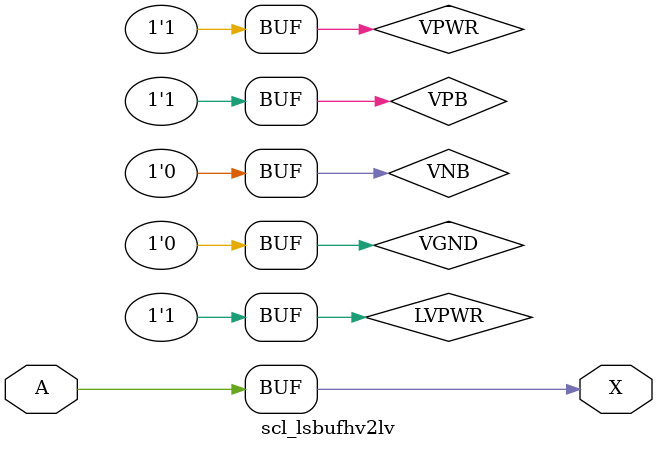
<source format=v>
module scl_lsbufhv2lv_1 (
    X,
    A
);

    output X;
    input  A;

    // Voltage supply signals
    supply1 VPWR ;
    supply0 VGND ;
    supply1 LVPWR;
    supply1 VPB  ;
    supply0 VNB  ;

    scl_lsbufhv2lv base (
        .X(X),
        .A(A)
    );

endmodule

module scl_lsbufhv2lv (
    X,
    A
);

    // Module ports
    output X;
    input  A;

    // Module supplies
    supply1 VPWR ;
    supply0 VGND ;
    supply1 LVPWR;
    supply1 VPB  ;
    supply0 VNB  ;

    //  Name  Output  Other arguments
    buf buf0 (X     , A              );

endmodule
</source>
